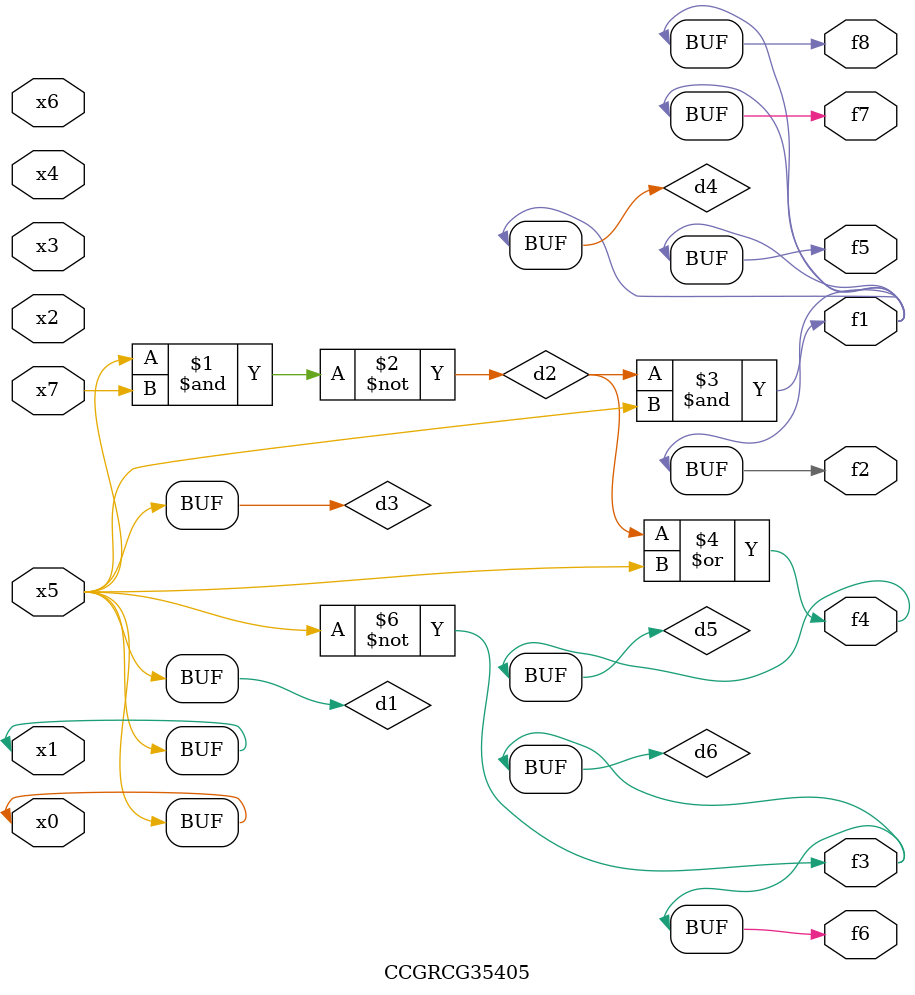
<source format=v>
module CCGRCG35405(
	input x0, x1, x2, x3, x4, x5, x6, x7,
	output f1, f2, f3, f4, f5, f6, f7, f8
);

	wire d1, d2, d3, d4, d5, d6;

	buf (d1, x0, x5);
	nand (d2, x5, x7);
	buf (d3, x0, x1);
	and (d4, d2, d3);
	or (d5, d2, d3);
	nor (d6, d1, d3);
	assign f1 = d4;
	assign f2 = d4;
	assign f3 = d6;
	assign f4 = d5;
	assign f5 = d4;
	assign f6 = d6;
	assign f7 = d4;
	assign f8 = d4;
endmodule

</source>
